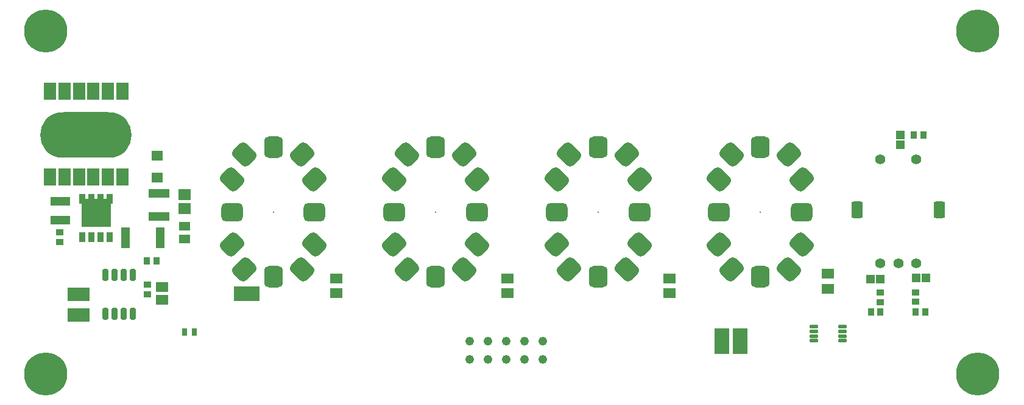
<source format=gbs>
G04*
G04 #@! TF.GenerationSoftware,Altium Limited,Altium Designer,19.1.8 (144)*
G04*
G04 Layer_Color=16711935*
%FSLAX25Y25*%
%MOIN*%
G70*
G01*
G75*
%ADD14R,0.07887X0.14186*%
%ADD15R,0.14186X0.07887*%
%ADD18R,0.06902X0.05721*%
%ADD19R,0.04147X0.03753*%
%ADD21O,0.50000X0.25000*%
G04:AMPARAMS|DCode=22|XSize=90.68mil|YSize=63.12mil|CornerRadius=10.89mil|HoleSize=0mil|Usage=FLASHONLY|Rotation=90.000|XOffset=0mil|YOffset=0mil|HoleType=Round|Shape=RoundedRectangle|*
%AMROUNDEDRECTD22*
21,1,0.09068,0.04134,0,0,90.0*
21,1,0.06890,0.06312,0,0,90.0*
1,1,0.02178,0.02067,0.03445*
1,1,0.02178,0.02067,-0.03445*
1,1,0.02178,-0.02067,-0.03445*
1,1,0.02178,-0.02067,0.03445*
%
%ADD22ROUNDEDRECTD22*%
%ADD23C,0.05524*%
G04:AMPARAMS|DCode=24|XSize=102.49mil|YSize=118.24mil|CornerRadius=27.62mil|HoleSize=0mil|Usage=FLASHONLY|Rotation=225.000|XOffset=0mil|YOffset=0mil|HoleType=Round|Shape=RoundedRectangle|*
%AMROUNDEDRECTD24*
21,1,0.10249,0.06299,0,0,225.0*
21,1,0.04724,0.11824,0,0,225.0*
1,1,0.05524,-0.03897,0.00557*
1,1,0.05524,-0.00557,0.03897*
1,1,0.05524,0.03897,-0.00557*
1,1,0.05524,0.00557,-0.03897*
%
%ADD24ROUNDEDRECTD24*%
G04:AMPARAMS|DCode=25|XSize=102.49mil|YSize=118.24mil|CornerRadius=27.62mil|HoleSize=0mil|Usage=FLASHONLY|Rotation=180.000|XOffset=0mil|YOffset=0mil|HoleType=Round|Shape=RoundedRectangle|*
%AMROUNDEDRECTD25*
21,1,0.10249,0.06299,0,0,180.0*
21,1,0.04724,0.11824,0,0,180.0*
1,1,0.05524,-0.02362,0.03150*
1,1,0.05524,0.02362,0.03150*
1,1,0.05524,0.02362,-0.03150*
1,1,0.05524,-0.02362,-0.03150*
%
%ADD25ROUNDEDRECTD25*%
G04:AMPARAMS|DCode=26|XSize=102.49mil|YSize=118.24mil|CornerRadius=27.62mil|HoleSize=0mil|Usage=FLASHONLY|Rotation=135.000|XOffset=0mil|YOffset=0mil|HoleType=Round|Shape=RoundedRectangle|*
%AMROUNDEDRECTD26*
21,1,0.10249,0.06299,0,0,135.0*
21,1,0.04724,0.11824,0,0,135.0*
1,1,0.05524,0.00557,0.03897*
1,1,0.05524,0.03897,0.00557*
1,1,0.05524,-0.00557,-0.03897*
1,1,0.05524,-0.03897,-0.00557*
%
%ADD26ROUNDEDRECTD26*%
G04:AMPARAMS|DCode=27|XSize=102.49mil|YSize=118.24mil|CornerRadius=27.62mil|HoleSize=0mil|Usage=FLASHONLY|Rotation=90.000|XOffset=0mil|YOffset=0mil|HoleType=Round|Shape=RoundedRectangle|*
%AMROUNDEDRECTD27*
21,1,0.10249,0.06299,0,0,90.0*
21,1,0.04724,0.11824,0,0,90.0*
1,1,0.05524,0.03150,0.02362*
1,1,0.05524,0.03150,-0.02362*
1,1,0.05524,-0.03150,-0.02362*
1,1,0.05524,-0.03150,0.02362*
%
%ADD27ROUNDEDRECTD27*%
%ADD28C,0.00800*%
%ADD29C,0.04816*%
%ADD30C,0.23622*%
%ADD74R,0.04934X0.04934*%
%ADD75R,0.04737X0.11824*%
%ADD76R,0.16194X0.15564*%
%ADD77R,0.03202X0.05800*%
%ADD78R,0.11430X0.04540*%
G04:AMPARAMS|DCode=79|XSize=19.75mil|YSize=45.34mil|CornerRadius=3.97mil|HoleSize=0mil|Usage=FLASHONLY|Rotation=270.000|XOffset=0mil|YOffset=0mil|HoleType=Round|Shape=RoundedRectangle|*
%AMROUNDEDRECTD79*
21,1,0.01975,0.03740,0,0,270.0*
21,1,0.01181,0.04534,0,0,270.0*
1,1,0.00794,-0.01870,-0.00591*
1,1,0.00794,-0.01870,0.00591*
1,1,0.00794,0.01870,0.00591*
1,1,0.00794,0.01870,-0.00591*
%
%ADD79ROUNDEDRECTD79*%
%ADD80R,0.04734X0.04734*%
%ADD81R,0.03753X0.04147*%
%ADD82R,0.03162X0.03950*%
%ADD83R,0.06706X0.09658*%
%ADD84R,0.06509X0.05328*%
%ADD85R,0.06115X0.04737*%
%ADD86R,0.06902X0.06115*%
%ADD87R,0.12217X0.07690*%
%ADD88R,0.11036X0.04934*%
%ADD89R,0.03950X0.03753*%
%ADD90R,0.06312X0.05524*%
G04:AMPARAMS|DCode=91|XSize=31.62mil|YSize=65.09mil|CornerRadius=6.01mil|HoleSize=0mil|Usage=FLASHONLY|Rotation=0.000|XOffset=0mil|YOffset=0mil|HoleType=Round|Shape=RoundedRectangle|*
%AMROUNDEDRECTD91*
21,1,0.03162,0.05307,0,0,0.0*
21,1,0.01961,0.06509,0,0,0.0*
1,1,0.01202,0.00980,-0.02653*
1,1,0.01202,-0.00980,-0.02653*
1,1,0.01202,-0.00980,0.02653*
1,1,0.01202,0.00980,0.02653*
%
%ADD91ROUNDEDRECTD91*%
%ADD92R,0.03753X0.03950*%
D14*
X396000Y34000D02*
D03*
X386000D02*
D03*
D15*
X126000Y60000D02*
D03*
D18*
X444000Y70735D02*
D03*
Y62665D02*
D03*
X357100Y68235D02*
D03*
Y60165D02*
D03*
X268500Y68135D02*
D03*
Y60065D02*
D03*
X174900Y68135D02*
D03*
Y60065D02*
D03*
D19*
X492000Y60618D02*
D03*
Y55500D02*
D03*
X472500Y60500D02*
D03*
Y55382D02*
D03*
D21*
X38000Y147000D02*
D03*
D22*
X504882Y106000D02*
D03*
X460000D02*
D03*
D23*
X492283Y133559D02*
D03*
X472598D02*
D03*
X482441Y76472D02*
D03*
X492283D02*
D03*
X472598D02*
D03*
D24*
X251846Y86984D02*
D03*
X244956Y73204D02*
D03*
X206570Y122416D02*
D03*
X213460Y136196D02*
D03*
X163000Y86984D02*
D03*
X156110Y73204D02*
D03*
X117724Y122416D02*
D03*
X124614Y136196D02*
D03*
X391152D02*
D03*
X384262Y122416D02*
D03*
X422648Y73204D02*
D03*
X429538Y86984D02*
D03*
X340692D02*
D03*
X333802Y73204D02*
D03*
X295416Y122416D02*
D03*
X302306Y136196D02*
D03*
D25*
X229208Y69267D02*
D03*
Y140133D02*
D03*
X140362Y69267D02*
D03*
Y140133D02*
D03*
X406900D02*
D03*
Y69267D02*
D03*
X318054D02*
D03*
Y140133D02*
D03*
D26*
X213460Y73204D02*
D03*
X206570Y86984D02*
D03*
X244956Y136196D02*
D03*
X251846Y122416D02*
D03*
X124614Y73204D02*
D03*
X117724Y86984D02*
D03*
X156110Y136196D02*
D03*
X163000Y122416D02*
D03*
X429538D02*
D03*
X422648Y136196D02*
D03*
X384262Y86984D02*
D03*
X391152Y73204D02*
D03*
X302306D02*
D03*
X295416Y86984D02*
D03*
X333802Y136196D02*
D03*
X340692Y122416D02*
D03*
D27*
X206570Y104700D02*
D03*
X251846D02*
D03*
X117724D02*
D03*
X163000D02*
D03*
X429538D02*
D03*
X384262D02*
D03*
X295416D02*
D03*
X340692D02*
D03*
D28*
X229208D02*
D03*
X140362D02*
D03*
X406900D02*
D03*
X318054D02*
D03*
D29*
X288000Y24000D02*
D03*
X288000Y34000D02*
D03*
X278000Y24000D02*
D03*
X278000Y34000D02*
D03*
X268000Y24000D02*
D03*
Y34000D02*
D03*
X258000Y24000D02*
D03*
X258000Y34000D02*
D03*
X248000Y24000D02*
D03*
X248000Y34000D02*
D03*
D30*
X526000Y16000D02*
D03*
X16000D02*
D03*
X526000Y204000D02*
D03*
X16000D02*
D03*
D74*
X497657Y68500D02*
D03*
X492343D02*
D03*
X467343Y68000D02*
D03*
X472657D02*
D03*
D75*
X78350Y90500D02*
D03*
X59650D02*
D03*
D76*
X43500Y104110D02*
D03*
D77*
X51000Y112024D02*
D03*
X46000D02*
D03*
X41000D02*
D03*
X36000D02*
D03*
Y91000D02*
D03*
X41000D02*
D03*
X46000D02*
D03*
X51000D02*
D03*
D78*
X78000Y102102D02*
D03*
Y114898D02*
D03*
D79*
X436224Y34161D02*
D03*
Y36720D02*
D03*
Y39279D02*
D03*
Y41839D02*
D03*
X451776Y34161D02*
D03*
Y36720D02*
D03*
Y39279D02*
D03*
Y41839D02*
D03*
D80*
X483500Y147000D02*
D03*
Y141685D02*
D03*
D81*
X467441Y50000D02*
D03*
X472559D02*
D03*
X496059Y147000D02*
D03*
X490941D02*
D03*
X497059Y50000D02*
D03*
X491941D02*
D03*
D82*
X91941Y39000D02*
D03*
X97059D02*
D03*
D83*
X18315Y171024D02*
D03*
X26189D02*
D03*
X34063D02*
D03*
X41937Y171024D02*
D03*
X49811Y171024D02*
D03*
X57685Y171024D02*
D03*
X18315Y123976D02*
D03*
X26189Y123976D02*
D03*
X34063Y123976D02*
D03*
X41937Y123976D02*
D03*
X49811Y123976D02*
D03*
X57685Y123976D02*
D03*
D84*
X79480Y63610D02*
D03*
X79480Y56721D02*
D03*
D85*
X92000Y97043D02*
D03*
Y89957D02*
D03*
D86*
X92000Y114339D02*
D03*
X92000Y106661D02*
D03*
D87*
X34000Y59610D02*
D03*
X34000Y48390D02*
D03*
D88*
X24000Y110716D02*
D03*
Y100284D02*
D03*
D89*
X23500Y93657D02*
D03*
Y88342D02*
D03*
X71480Y64823D02*
D03*
Y59508D02*
D03*
D90*
X77000Y123398D02*
D03*
Y135602D02*
D03*
D91*
X63480Y48937D02*
D03*
X58480Y48937D02*
D03*
X53480D02*
D03*
X48480Y48937D02*
D03*
X63480Y70394D02*
D03*
X58480Y70394D02*
D03*
X53480D02*
D03*
X48480Y70394D02*
D03*
D92*
X71342Y78000D02*
D03*
X76657D02*
D03*
M02*

</source>
